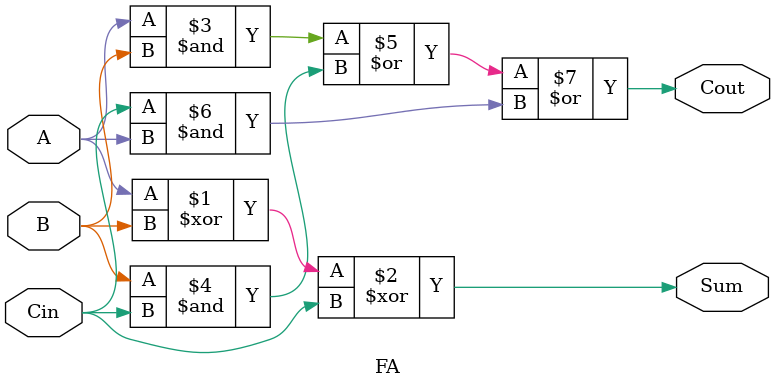
<source format=v>
`timescale 1ns / 1ps


module FA(
    output Cout, Sum,
    input A, B, Cin
    );
    assign Sum = A^B^Cin;
    assign Cout = A&B | B&Cin | Cin&A;
endmodule

</source>
